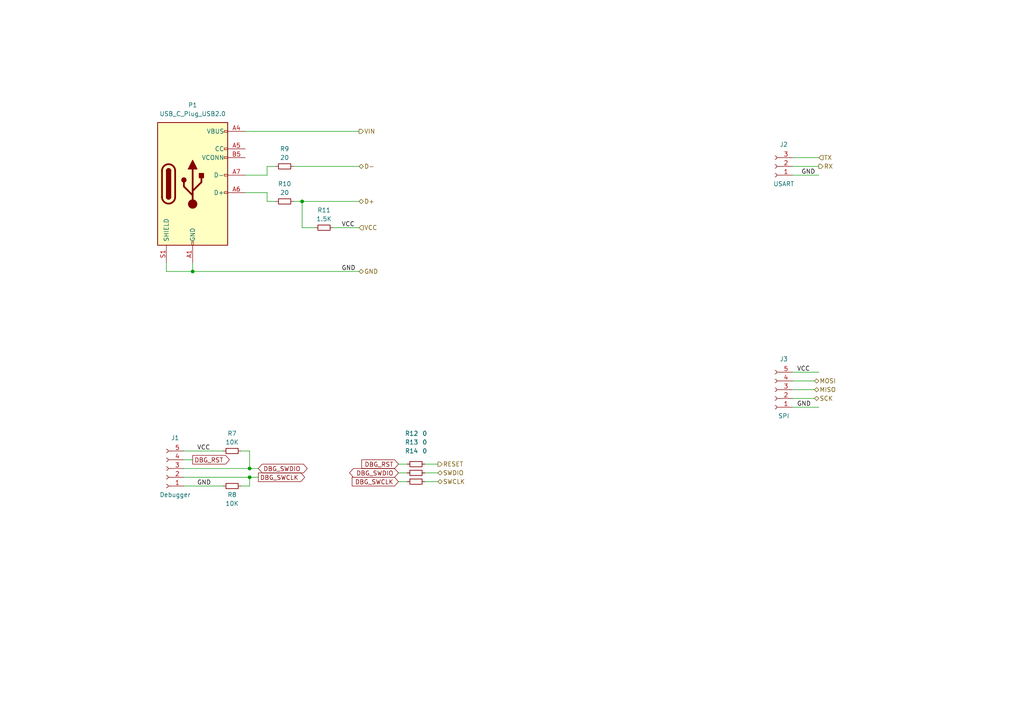
<source format=kicad_sch>
(kicad_sch (version 20211123) (generator eeschema)
  (paper "A4")
  (lib_symbols
    (symbol "Connector:Conn_01x03_Female" (pin_names (offset 1.016) hide)
      (property "Reference" "J" (at 0 5.08 0))
      (property "Value" "Conn_01x03_Female" (at 0 -5.08 0))
      (symbol "Conn_01x03_Female_1_1"
        (arc (start 0 -2.032) (mid -0.508 -2.54) (end 0 -3.048) (stroke (width 0.1524)))
        (polyline (pts (xy -1.27 -2.54) (xy -0.508 -2.54)) (stroke (width 0.1524)))
        (polyline (pts (xy -1.27 0) (xy -0.508 0)) (stroke (width 0.1524)))
        (polyline (pts (xy -1.27 2.54) (xy -0.508 2.54)) (stroke (width 0.1524)))
        (arc (start 0 0.508) (mid -0.508 0) (end 0 -0.508) (stroke (width 0.1524)))
        (arc (start 0 3.048) (mid -0.508 2.54) (end 0 2.032) (stroke (width 0.1524)))
        (pin passive line (at -5.08 2.54 0) (length 3.81) (name "Pin_1") (number "1"))
        (pin passive line (at -5.08 0 0) (length 3.81) (name "Pin_2") (number "2"))
        (pin passive line (at -5.08 -2.54 0) (length 3.81) (name "Pin_3") (number "3"))
      )
    )
    (symbol "Connector:Conn_01x05_Female" (pin_names (offset 1.016) hide)
      (property "Reference" "J" (at 0 7.62 0))
      (property "Value" "Conn_01x05_Female" (at 0 -7.62 0))
      (symbol "Conn_01x05_Female_1_1"
        (arc (start 0 -4.572) (mid -0.508 -5.08) (end 0 -5.588) (stroke (width 0.1524)))
        (arc (start 0 -2.032) (mid -0.508 -2.54) (end 0 -3.048) (stroke (width 0.1524)))
        (polyline (pts (xy -1.27 -5.08) (xy -0.508 -5.08)) (stroke (width 0.1524)))
        (polyline (pts (xy -1.27 -2.54) (xy -0.508 -2.54)) (stroke (width 0.1524)))
        (polyline (pts (xy -1.27 0) (xy -0.508 0)) (stroke (width 0.1524)))
        (polyline (pts (xy -1.27 2.54) (xy -0.508 2.54)) (stroke (width 0.1524)))
        (polyline (pts (xy -1.27 5.08) (xy -0.508 5.08)) (stroke (width 0.1524)))
        (arc (start 0 0.508) (mid -0.508 0) (end 0 -0.508) (stroke (width 0.1524)))
        (arc (start 0 3.048) (mid -0.508 2.54) (end 0 2.032) (stroke (width 0.1524)))
        (arc (start 0 5.588) (mid -0.508 5.08) (end 0 4.572) (stroke (width 0.1524)))
        (pin passive line (at -5.08 5.08 0) (length 3.81) (name "Pin_1") (number "1"))
        (pin passive line (at -5.08 2.54 0) (length 3.81) (name "Pin_2") (number "2"))
        (pin passive line (at -5.08 0 0) (length 3.81) (name "Pin_3") (number "3"))
        (pin passive line (at -5.08 -2.54 0) (length 3.81) (name "Pin_4") (number "4"))
        (pin passive line (at -5.08 -5.08 0) (length 3.81) (name "Pin_5") (number "5"))
      )
    )
    (symbol "Connector:USB_C_Plug_USB2.0" (pin_names (offset 1.016))
      (property "Reference" "P" (at -10.16 19.05 0))
      (property "Value" "USB_C_Plug_USB2.0" (at 12.7 19.05 0))
      (symbol "USB_C_Plug_USB2.0_0_0"
        (rectangle (start -0.254 -17.78) (end 0.254 -16.764))
        (rectangle (start 10.16 -2.286) (end 9.144 -2.794))
        (rectangle (start 10.16 2.794) (end 9.144 2.286))
        (rectangle (start 10.16 7.874) (end 9.144 7.366))
        (rectangle (start 10.16 10.414) (end 9.144 9.906))
        (rectangle (start 10.16 15.494) (end 9.144 14.986))
      )
      (symbol "USB_C_Plug_USB2.0_0_1"
        (rectangle (start -10.16 17.78) (end 10.16 -17.78) (stroke (width 0.254)) (fill (type background)))
        (arc (start -8.89 -3.81) (mid -6.985 -5.715) (end -5.08 -3.81) (stroke (width 0.508)))
        (arc (start -7.62 -3.81) (mid -6.985 -4.445) (end -6.35 -3.81) (stroke (width 0.254)))
        (arc (start -7.62 -3.81) (mid -6.985 -4.445) (end -6.35 -3.81) (stroke (width 0.254)) (fill (type outline)))
        (rectangle (start -7.62 -3.81) (end -6.35 3.81) (stroke (width 0.254)) (fill (type outline)))
        (arc (start -6.35 3.81) (mid -6.985 4.445) (end -7.62 3.81) (stroke (width 0.254)))
        (arc (start -6.35 3.81) (mid -6.985 4.445) (end -7.62 3.81) (stroke (width 0.254)) (fill (type outline)))
        (arc (start -5.08 3.81) (mid -6.985 5.715) (end -8.89 3.81) (stroke (width 0.508)))
        (circle (center -2.54 1.143) (radius 0.635) (stroke (width 0.254)) (fill (type outline)))
        (circle (center 0 -5.842) (radius 1.27) (fill (type outline)))
        (polyline (pts (xy -8.89 -3.81) (xy -8.89 3.81)) (stroke (width 0.508)))
        (polyline (pts (xy -5.08 3.81) (xy -5.08 -3.81)) (stroke (width 0.508)))
        (polyline (pts (xy 0 -5.842) (xy 0 4.318)) (stroke (width 0.508)))
        (polyline (pts (xy 0 -3.302) (xy -2.54 -0.762) (xy -2.54 0.508)) (stroke (width 0.508)))
        (polyline (pts (xy 0 -2.032) (xy 2.54 0.508) (xy 2.54 1.778)) (stroke (width 0.508)))
        (polyline (pts (xy -1.27 4.318) (xy 0 6.858) (xy 1.27 4.318) (xy -1.27 4.318)) (stroke (width 0.254)) (fill (type outline)))
        (rectangle (start 1.905 1.778) (end 3.175 3.048) (stroke (width 0.254)) (fill (type outline)))
      )
      (symbol "USB_C_Plug_USB2.0_1_1"
        (pin passive line (at 0 -22.86 90) (length 5.08) (name "GND") (number "A1"))
        (pin passive line (at 0 -22.86 90) (length 5.08) hide (name "GND") (number "A12"))
        (pin passive line (at 15.24 15.24 180) (length 5.08) (name "VBUS") (number "A4"))
        (pin bidirectional line (at 15.24 10.16 180) (length 5.08) (name "CC") (number "A5"))
        (pin bidirectional line (at 15.24 -2.54 180) (length 5.08) (name "D+") (number "A6"))
        (pin bidirectional line (at 15.24 2.54 180) (length 5.08) (name "D-") (number "A7"))
        (pin passive line (at 15.24 15.24 180) (length 5.08) hide (name "VBUS") (number "A9"))
        (pin passive line (at 0 -22.86 90) (length 5.08) hide (name "GND") (number "B1"))
        (pin passive line (at 0 -22.86 90) (length 5.08) hide (name "GND") (number "B12"))
        (pin passive line (at 15.24 15.24 180) (length 5.08) hide (name "VBUS") (number "B4"))
        (pin bidirectional line (at 15.24 7.62 180) (length 5.08) (name "VCONN") (number "B5"))
        (pin passive line (at 15.24 15.24 180) (length 5.08) hide (name "VBUS") (number "B9"))
        (pin passive line (at -7.62 -22.86 90) (length 5.08) (name "SHIELD") (number "S1"))
      )
    )
    (symbol "Device:R_Small" (pin_numbers hide) (pin_names (offset 0.254) hide)
      (property "Reference" "R" (at 0.762 0.508 0))
      (property "Value" "R_Small" (at 0.762 -1.016 0))
      (symbol "R_Small_0_1"
        (rectangle (start -0.762 1.778) (end 0.762 -1.778) (stroke (width 0.2032)))
      )
      (symbol "R_Small_1_1"
        (pin passive line (at 0 2.54 270) (length 0.762) (name "~") (number "1"))
        (pin passive line (at 0 -2.54 90) (length 0.762) (name "~") (number "2"))
      )
    )
  )
  (junction (at 87.63 58.42))
  (junction (at 72.39 135.89))
  (junction (at 55.88 78.74))
  (junction (at 72.39 138.43))
  (wire (pts (xy 85.09 48.26) (xy 104.14 48.26)))
  (wire (pts (xy 115.57 134.62) (xy 118.11 134.62)))
  (wire (pts (xy 71.12 38.1) (xy 104.14 38.1)))
  (wire (pts (xy 115.57 139.7) (xy 118.11 139.7)))
  (wire (pts (xy 53.34 140.97) (xy 64.77 140.97)))
  (wire (pts (xy 229.87 115.57) (xy 236.22 115.57)))
  (wire (pts (xy 123.19 139.7) (xy 127 139.7)))
  (wire (pts (xy 48.26 76.2) (xy 48.26 78.74)))
  (wire (pts (xy 229.87 50.8) (xy 237.49 50.8)))
  (wire (pts (xy 229.87 48.26) (xy 237.49 48.26)))
  (wire (pts (xy 53.34 130.81) (xy 64.77 130.81)))
  (wire (pts (xy 229.87 118.11) (xy 237.49 118.11)))
  (wire (pts (xy 87.63 66.04) (xy 87.63 58.42)))
  (wire (pts (xy 229.87 45.72) (xy 237.49 45.72)))
  (wire (pts (xy 123.19 137.16) (xy 127 137.16)))
  (wire (pts (xy 71.12 50.8) (xy 77.47 50.8)))
  (wire (pts (xy 48.26 78.74) (xy 55.88 78.74)))
  (wire (pts (xy 77.47 55.88) (xy 77.47 58.42)))
  (wire (pts (xy 55.88 76.2) (xy 55.88 78.74)))
  (wire (pts (xy 85.09 58.42) (xy 87.63 58.42)))
  (wire (pts (xy 77.47 50.8) (xy 77.47 48.26)))
  (wire (pts (xy 53.34 133.35) (xy 55.88 133.35)))
  (wire (pts (xy 77.47 48.26) (xy 80.01 48.26)))
  (wire (pts (xy 72.39 138.43) (xy 74.93 138.43)))
  (wire (pts (xy 69.85 130.81) (xy 72.39 130.81)))
  (wire (pts (xy 229.87 107.95) (xy 237.49 107.95)))
  (wire (pts (xy 229.87 113.03) (xy 236.22 113.03)))
  (wire (pts (xy 77.47 58.42) (xy 80.01 58.42)))
  (wire (pts (xy 53.34 138.43) (xy 72.39 138.43)))
  (wire (pts (xy 55.88 78.74) (xy 104.14 78.74)))
  (wire (pts (xy 72.39 135.89) (xy 74.93 135.89)))
  (wire (pts (xy 71.12 55.88) (xy 77.47 55.88)))
  (wire (pts (xy 53.34 135.89) (xy 72.39 135.89)))
  (wire (pts (xy 87.63 58.42) (xy 104.14 58.42)))
  (wire (pts (xy 72.39 130.81) (xy 72.39 135.89)))
  (wire (pts (xy 96.52 66.04) (xy 104.14 66.04)))
  (wire (pts (xy 69.85 140.97) (xy 72.39 140.97)))
  (wire (pts (xy 72.39 140.97) (xy 72.39 138.43)))
  (wire (pts (xy 91.44 66.04) (xy 87.63 66.04)))
  (wire (pts (xy 123.19 134.62) (xy 127 134.62)))
  (wire (pts (xy 115.57 137.16) (xy 118.11 137.16)))
  (wire (pts (xy 229.87 110.49) (xy 236.22 110.49)))
  (label "GND" (at 57.15 140.97 0))
  (label "VCC" (at 57.15 130.81 0))
  (label "GND" (at 99.06 78.74 0))
  (label "VCC" (at 99.06 66.04 0))
  (label "GND" (at 232.41 50.8 0))
  (label "VCC" (at 231.14 107.95 0))
  (label "GND" (at 231.14 118.11 0))
  (global_label "DBG_SWCLK" (shape input) (at 115.57 139.7 180) (property "插入圖紙頁參考" "${INTERSHEET_REFS}" (effects hide)))
  (global_label "DBG_RST" (shape input) (at 115.57 134.62 180) (property "插入圖紙頁參考" "${INTERSHEET_REFS}" (effects hide)))
  (global_label "DBG_SWCLK" (shape output) (at 74.93 138.43 0) (property "插入圖紙頁參考" "${INTERSHEET_REFS}" (effects hide)))
  (global_label "DBG_RST" (shape output) (at 55.88 133.35 0) (property "插入圖紙頁參考" "${INTERSHEET_REFS}" (effects hide)))
  (global_label "DBG_SWDIO" (shape bidirectional) (at 115.57 137.16 180) (property "插入圖紙頁參考" "${INTERSHEET_REFS}" (effects hide)))
  (global_label "DBG_SWDIO" (shape bidirectional) (at 74.93 135.89 0) (property "插入圖紙頁參考" "${INTERSHEET_REFS}" (effects hide)))
  (hierarchical_label "RX" (shape output) (at 237.49 48.26 0))
  (hierarchical_label "SCK" (shape bidirectional) (at 236.22 115.57 0))
  (hierarchical_label "VIN" (shape output) (at 104.14 38.1 0))
  (hierarchical_label "RESET" (shape output) (at 127 134.62 0))
  (hierarchical_label "VCC" (shape input) (at 104.14 66.04 0))
  (hierarchical_label "TX" (shape input) (at 237.49 45.72 0))
  (hierarchical_label "MOSI" (shape bidirectional) (at 236.22 110.49 0))
  (hierarchical_label "GND" (shape bidirectional) (at 104.14 78.74 0))
  (hierarchical_label "SWDIO" (shape bidirectional) (at 127 137.16 0))
  (hierarchical_label "D+" (shape bidirectional) (at 104.14 58.42 0))
  (hierarchical_label "D-" (shape bidirectional) (at 104.14 48.26 0))
  (hierarchical_label "SWCLK" (shape bidirectional) (at 127 139.7 0))
  (hierarchical_label "MISO" (shape bidirectional) (at 236.22 113.03 0))
  (symbol (lib_id "Device:R_Small") (at 93.98 66.04 90) (unit 1)
    (property "Reference" "R11" (at 93.98 60.96 90))
    (property "Value" "1.5K" (at 93.98 63.5 90))
    (property "Footprint" "Resistor_SMD:R_0603_1608Metric" (effects hide))
  )
  (symbol (lib_id "Device:R_Small") (at 67.31 140.97 90) (unit 1)
    (property "Reference" "R8" (at 67.31 143.51 90))
    (property "Value" "10K" (at 67.31 146.05 90))
    (property "Footprint" "Resistor_SMD:R_0603_1608Metric" (effects hide))
  )
  (symbol (lib_id "Device:R_Small") (at 120.65 139.7 90) (unit 1)
    (property "Reference" "R14" (at 119.38 130.81 90))
    (property "Value" "0" (at 123.19 130.81 90))
    (property "Footprint" "Resistor_SMD:R_0603_1608Metric" (effects hide))
  )
  (symbol (lib_id "Connector:Conn_01x05_Female") (at 224.79 113.03 180) (unit 1)
    (property "Reference" "J3" (at 227.33 104.14 0))
    (property "Value" "SPI" (at 227.33 120.65 0))
    (property "Footprint" "Connector_PinHeader_2.00mm:PinHeader_1x05_P2.00mm_Vertical" (effects hide))
  )
  (symbol (lib_id "Connector:USB_C_Plug_USB2.0") (at 55.88 53.34 0) (unit 1)
    (property "Reference" "P1" (at 55.88 30.48 0))
    (property "Value" "USB_C_Plug_USB2.0" (at 55.88 33.02 0))
    (property "Footprint" "Connector_USB:USB_C_Receptacle_HRO_TYPE-C-31-M-12" (effects hide))
    (property "Datasheet" "https://www.usb.org/sites/default/files/documents/usb_type-c.zip" (effects hide))
  )
  (symbol (lib_id "Connector:Conn_01x05_Female") (at 48.26 135.89 180) (unit 1)
    (property "Reference" "J1" (at 50.8 127 0))
    (property "Value" "Debugger" (at 50.8 143.51 0))
    (property "Footprint" "Connector_PinHeader_2.00mm:PinHeader_1x05_P2.00mm_Vertical" (effects hide))
  )
  (symbol (lib_id "Device:R_Small") (at 120.65 134.62 90) (unit 1)
    (property "Reference" "R12" (at 119.38 125.73 90))
    (property "Value" "0" (at 123.19 125.73 90))
    (property "Footprint" "Resistor_SMD:R_0603_1608Metric" (effects hide))
  )
  (symbol (lib_id "Device:R_Small") (at 82.55 58.42 90) (unit 1)
    (property "Reference" "R10" (at 82.55 53.34 90))
    (property "Value" "20" (at 82.55 55.88 90))
    (property "Footprint" "Resistor_SMD:R_0603_1608Metric" (effects hide))
  )
  (symbol (lib_id "Device:R_Small") (at 67.31 130.81 90) (unit 1)
    (property "Reference" "R7" (at 67.31 125.73 90))
    (property "Value" "10K" (at 67.31 128.27 90))
    (property "Footprint" "Resistor_SMD:R_0603_1608Metric" (effects hide))
  )
  (symbol (lib_id "Connector:Conn_01x03_Female") (at 224.79 48.26 180) (unit 1)
    (property "Reference" "J2" (at 227.33 41.91 0))
    (property "Value" "USART" (at 227.33 53.34 0))
    (property "Footprint" "Connector_PinHeader_2.00mm:PinHeader_1x03_P2.00mm_Vertical" (effects hide))
  )
  (symbol (lib_id "Device:R_Small") (at 82.55 48.26 90) (unit 1)
    (property "Reference" "R9" (at 82.55 43.18 90))
    (property "Value" "20" (at 82.55 45.72 90))
    (property "Footprint" "Resistor_SMD:R_0603_1608Metric" (effects hide))
  )
  (symbol (lib_id "Device:R_Small") (at 120.65 137.16 90) (unit 1)
    (property "Reference" "R13" (at 119.38 128.27 90))
    (property "Value" "0" (at 123.19 128.27 90))
    (property "Footprint" "Resistor_SMD:R_0603_1608Metric" (effects hide))
  )
)
</source>
